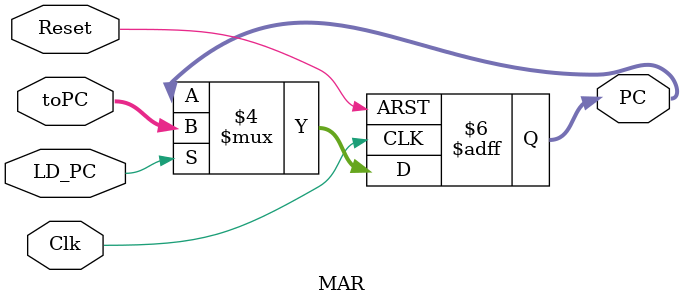
<source format=sv>
module MAR(input logic [15:0] toPC, 
                      input logic LD_PC,
							 input logic Clk,
							 input logic Reset,
							 output logic [15:0] PC
							 
							 );


always_ff @ (posedge Clk or posedge Reset) begin
   if (Reset) 
	   PC<= 16'b0;
	else
	begin
	if (LD_PC == 1'b1)
		PC <= toPC;
	else 
	   PC <= PC;
	end
end
endmodule
</source>
